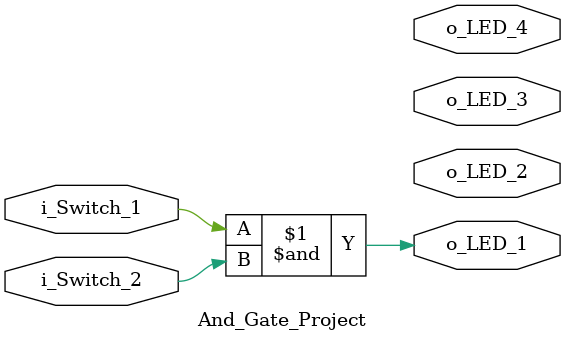
<source format=v>
module And_Gate_Project
  (input i_Switch_1,  
   input i_Switch_2,
   output o_LED_1,
   output o_LED_2,
   output o_LED_3,
   output o_LED_4);
       
assign o_LED_1 = i_Switch_1 & i_Switch_2;
 
endmodule
</source>
